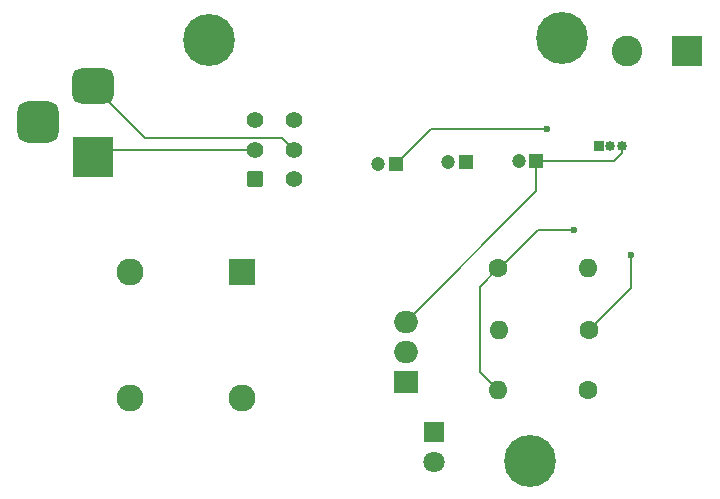
<source format=gbr>
%TF.GenerationSoftware,KiCad,Pcbnew,8.0.7*%
%TF.CreationDate,2025-03-15T06:07:21+02:00*%
%TF.ProjectId,power_supply,706f7765-725f-4737-9570-706c792e6b69,v1.0*%
%TF.SameCoordinates,Original*%
%TF.FileFunction,Copper,L2,Bot*%
%TF.FilePolarity,Positive*%
%FSLAX46Y46*%
G04 Gerber Fmt 4.6, Leading zero omitted, Abs format (unit mm)*
G04 Created by KiCad (PCBNEW 8.0.7) date 2025-03-15 06:07:21*
%MOMM*%
%LPD*%
G01*
G04 APERTURE LIST*
G04 Aperture macros list*
%AMRoundRect*
0 Rectangle with rounded corners*
0 $1 Rounding radius*
0 $2 $3 $4 $5 $6 $7 $8 $9 X,Y pos of 4 corners*
0 Add a 4 corners polygon primitive as box body*
4,1,4,$2,$3,$4,$5,$6,$7,$8,$9,$2,$3,0*
0 Add four circle primitives for the rounded corners*
1,1,$1+$1,$2,$3*
1,1,$1+$1,$4,$5*
1,1,$1+$1,$6,$7*
1,1,$1+$1,$8,$9*
0 Add four rect primitives between the rounded corners*
20,1,$1+$1,$2,$3,$4,$5,0*
20,1,$1+$1,$4,$5,$6,$7,0*
20,1,$1+$1,$6,$7,$8,$9,0*
20,1,$1+$1,$8,$9,$2,$3,0*%
G04 Aperture macros list end*
%TA.AperFunction,ComponentPad*%
%ADD10R,1.200000X1.200000*%
%TD*%
%TA.AperFunction,ComponentPad*%
%ADD11C,1.200000*%
%TD*%
%TA.AperFunction,ComponentPad*%
%ADD12C,1.600000*%
%TD*%
%TA.AperFunction,ComponentPad*%
%ADD13O,1.600000X1.600000*%
%TD*%
%TA.AperFunction,ComponentPad*%
%ADD14R,0.850000X0.850000*%
%TD*%
%TA.AperFunction,ComponentPad*%
%ADD15O,0.850000X0.850000*%
%TD*%
%TA.AperFunction,ComponentPad*%
%ADD16C,4.400000*%
%TD*%
%TA.AperFunction,ComponentPad*%
%ADD17R,3.500000X3.500000*%
%TD*%
%TA.AperFunction,ComponentPad*%
%ADD18RoundRect,0.750000X-1.000000X0.750000X-1.000000X-0.750000X1.000000X-0.750000X1.000000X0.750000X0*%
%TD*%
%TA.AperFunction,ComponentPad*%
%ADD19RoundRect,0.875000X-0.875000X0.875000X-0.875000X-0.875000X0.875000X-0.875000X0.875000X0.875000X0*%
%TD*%
%TA.AperFunction,ComponentPad*%
%ADD20R,2.000000X1.905000*%
%TD*%
%TA.AperFunction,ComponentPad*%
%ADD21O,2.000000X1.905000*%
%TD*%
%TA.AperFunction,ComponentPad*%
%ADD22R,2.286000X2.286000*%
%TD*%
%TA.AperFunction,ComponentPad*%
%ADD23C,2.286000*%
%TD*%
%TA.AperFunction,ComponentPad*%
%ADD24R,1.800000X1.800000*%
%TD*%
%TA.AperFunction,ComponentPad*%
%ADD25C,1.800000*%
%TD*%
%TA.AperFunction,ComponentPad*%
%ADD26RoundRect,0.250000X0.450000X-0.450000X0.450000X0.450000X-0.450000X0.450000X-0.450000X-0.450000X0*%
%TD*%
%TA.AperFunction,ComponentPad*%
%ADD27C,1.400000*%
%TD*%
%TA.AperFunction,ComponentPad*%
%ADD28R,2.600000X2.600000*%
%TD*%
%TA.AperFunction,ComponentPad*%
%ADD29C,2.600000*%
%TD*%
%TA.AperFunction,ViaPad*%
%ADD30C,0.600000*%
%TD*%
%TA.AperFunction,Conductor*%
%ADD31C,0.200000*%
%TD*%
G04 APERTURE END LIST*
D10*
%TO.P,C2,1*%
%TO.N,/VCC*%
X169175400Y-78333600D03*
D11*
%TO.P,C2,2*%
%TO.N,GND*%
X167675400Y-78333600D03*
%TD*%
D12*
%TO.P,R2,1*%
%TO.N,Net-(U2-ADJ)*%
X171907200Y-87325200D03*
D13*
%TO.P,R2,2*%
%TO.N,GND*%
X179527200Y-87325200D03*
%TD*%
D14*
%TO.P,J2,1,Pin_1*%
%TO.N,/3.3V*%
X180390800Y-77012800D03*
D15*
%TO.P,J2,2,Pin_2*%
%TO.N,Net-(J1-Pin_1)*%
X181390800Y-77012800D03*
%TO.P,J2,3,Pin_3*%
%TO.N,/5V*%
X182390800Y-77012800D03*
%TD*%
D10*
%TO.P,C1,1*%
%TO.N,/5V*%
X175119000Y-78282800D03*
D11*
%TO.P,C1,2*%
%TO.N,GND*%
X173619000Y-78282800D03*
%TD*%
D16*
%TO.P,H3,1*%
%TO.N,N/C*%
X174548800Y-103682800D03*
%TD*%
D17*
%TO.P,J3,1*%
%TO.N,Net-(J3-Pad1)*%
X137609500Y-77932800D03*
D18*
%TO.P,J3,2*%
%TO.N,Net-(J3-Pad2)*%
X137609500Y-71932800D03*
D19*
%TO.P,J3,3*%
%TO.N,N/C*%
X132909500Y-74932800D03*
%TD*%
D20*
%TO.P,U1,1,VI*%
%TO.N,/VCC*%
X164063800Y-96977200D03*
D21*
%TO.P,U1,2,GND*%
%TO.N,GND*%
X164063800Y-94437200D03*
%TO.P,U1,3,VO*%
%TO.N,/5V*%
X164063800Y-91897200D03*
%TD*%
D22*
%TO.P,T1,1*%
%TO.N,Net-(D1-Pad3)*%
X150208650Y-87680800D03*
D23*
%TO.P,T1,3*%
%TO.N,Net-(SW1-A-Pad4)*%
X140683650Y-87680800D03*
%TO.P,T1,4*%
%TO.N,Net-(D1-Pad3)*%
X140683650Y-98348800D03*
%TO.P,T1,6*%
%TO.N,GND*%
X150208650Y-98348800D03*
%TD*%
D24*
%TO.P,D2,1,K*%
%TO.N,GND*%
X166411000Y-101193600D03*
D25*
%TO.P,D2,2,A*%
%TO.N,Net-(D2-A)*%
X166411000Y-103733600D03*
%TD*%
D12*
%TO.P,R1,1*%
%TO.N,/3.3V*%
X179476400Y-97637600D03*
D13*
%TO.P,R1,2*%
%TO.N,Net-(U2-ADJ)*%
X171856400Y-97637600D03*
%TD*%
D26*
%TO.P,SW1,1,A*%
%TO.N,Net-(D1-Pad3)*%
X151316300Y-79817600D03*
D27*
%TO.P,SW1,2,B*%
%TO.N,Net-(J3-Pad1)*%
X151316300Y-77317600D03*
%TO.P,SW1,3,C*%
%TO.N,Net-(D1-Pad3)*%
X151316300Y-74817600D03*
%TO.P,SW1,4,A*%
%TO.N,Net-(SW1-A-Pad4)*%
X154616300Y-74817600D03*
%TO.P,SW1,5,B*%
%TO.N,Net-(J3-Pad2)*%
X154616300Y-77317600D03*
%TO.P,SW1,6,C*%
%TO.N,GND*%
X154616300Y-79817600D03*
%TD*%
D12*
%TO.P,R3,1*%
%TO.N,/VCC*%
X179578000Y-92608400D03*
D13*
%TO.P,R3,2*%
%TO.N,Net-(D2-A)*%
X171958000Y-92608400D03*
%TD*%
D28*
%TO.P,J1,1,Pin_1*%
%TO.N,Net-(J1-Pin_1)*%
X187914200Y-68986200D03*
D29*
%TO.P,J1,2,Pin_2*%
%TO.N,GND*%
X182834200Y-68986200D03*
%TD*%
D16*
%TO.P,H2,1*%
%TO.N,N/C*%
X177292000Y-67868800D03*
%TD*%
D10*
%TO.P,C3,1*%
%TO.N,/3.3V*%
X163231800Y-78536800D03*
D11*
%TO.P,C3,2*%
%TO.N,GND*%
X161731800Y-78536800D03*
%TD*%
D16*
%TO.P,H1,1*%
%TO.N,N/C*%
X147370800Y-68021200D03*
%TD*%
D30*
%TO.N,/VCC*%
X183134000Y-86258400D03*
%TO.N,/3.3V*%
X176022000Y-75539600D03*
%TO.N,Net-(U2-ADJ)*%
X178308000Y-84124800D03*
%TD*%
D31*
%TO.N,/5V*%
X182390800Y-77012800D02*
X182390800Y-77613840D01*
X175119000Y-78282800D02*
X175119000Y-80842000D01*
X182390800Y-77613840D02*
X181721840Y-78282800D01*
X175119000Y-80842000D02*
X164063800Y-91897200D01*
X181721840Y-78282800D02*
X175119000Y-78282800D01*
%TO.N,/VCC*%
X179578000Y-92608400D02*
X183134000Y-89052400D01*
X183134000Y-89052400D02*
X183134000Y-86258400D01*
%TO.N,/3.3V*%
X176022000Y-75539600D02*
X166229000Y-75539600D01*
X166229000Y-75539600D02*
X163231800Y-78536800D01*
%TO.N,Net-(J3-Pad1)*%
X138224700Y-77317600D02*
X137609500Y-77932800D01*
X151316300Y-77317600D02*
X138224700Y-77317600D01*
%TO.N,Net-(J3-Pad2)*%
X154616300Y-77317600D02*
X153616300Y-76317600D01*
X141994300Y-76317600D02*
X137609500Y-71932800D01*
X153616300Y-76317600D02*
X141994300Y-76317600D01*
%TO.N,Net-(U2-ADJ)*%
X171907200Y-87325200D02*
X170332400Y-88900000D01*
X172059600Y-87325200D02*
X175260000Y-84124800D01*
X171907200Y-87325200D02*
X172059600Y-87325200D01*
X170332400Y-88900000D02*
X170332400Y-96113600D01*
X175260000Y-84124800D02*
X178308000Y-84124800D01*
X170332400Y-96113600D02*
X171856400Y-97637600D01*
%TD*%
M02*

</source>
